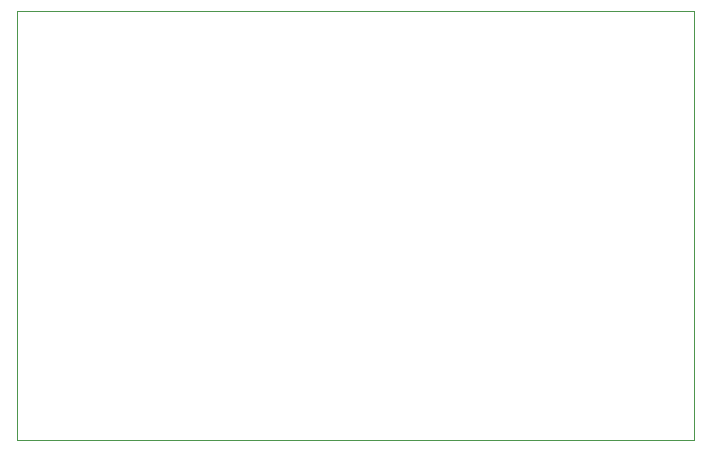
<source format=gbr>
%TF.GenerationSoftware,KiCad,Pcbnew,9.0.0*%
%TF.CreationDate,2025-06-26T09:06:52-07:00*%
%TF.ProjectId,HexDisplay,48657844-6973-4706-9c61-792e6b696361,A*%
%TF.SameCoordinates,Original*%
%TF.FileFunction,Profile,NP*%
%FSLAX46Y46*%
G04 Gerber Fmt 4.6, Leading zero omitted, Abs format (unit mm)*
G04 Created by KiCad (PCBNEW 9.0.0) date 2025-06-26 09:06:52*
%MOMM*%
%LPD*%
G01*
G04 APERTURE LIST*
%TA.AperFunction,Profile*%
%ADD10C,0.050000*%
%TD*%
G04 APERTURE END LIST*
D10*
X74396600Y-45593000D02*
X131696600Y-45593000D01*
X131696600Y-81893000D01*
X74396600Y-81893000D01*
X74396600Y-45593000D01*
M02*

</source>
